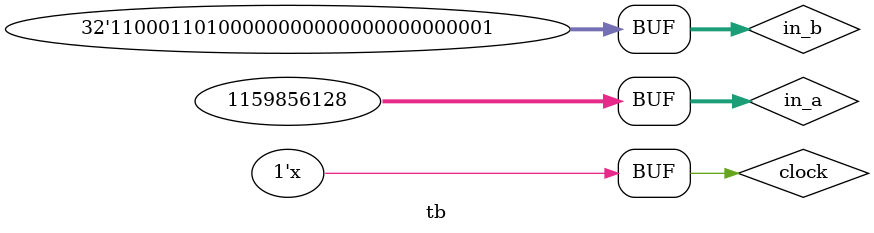
<source format=v>

`timescale 1us/100ps
`define TB_SCYCLE 20 // 50MHz

module tb ();

    reg clock;
    initial clock = 1;
    always #(`TB_SCYCLE / 2) clock = ~clock;

    reg  [31:0] in_a, in_b;
    wire [31:0] out_add, out_sub, out_mul, out_div;

    FLOATING_32BIT_ADD uAdd (in_a, in_b, out_add);
    FLOATING_32BIT_SUB uSub (in_a, in_b, out_sub);
    FLOATING_32BIT_MUL uMul (in_a, in_b, out_mul);
    FLOATING_32BIT_DIV uDiv (in_a, in_b, out_div);

    initial begin
    
        FLOATING_ADD_SUB_MUL_DIV(32'h4122_0000, 32'h3E00_0000); // ( 10.125) + ( 0.125) =  10.250
        FLOATING_ADD_SUB_MUL_DIV(32'h4122_0000, 32'hBE00_0000); // ( 10.125) + (-0.125) =  10.000
        FLOATING_ADD_SUB_MUL_DIV(32'hC122_0000, 32'h3E00_0000); // (-10.125) + ( 0.125) = -10.000
        FLOATING_ADD_SUB_MUL_DIV(32'hC122_0000, 32'hBE00_0000); // (-10.125) + (-0.125) = -10.250
        FLOATING_ADD_SUB_MUL_DIV(32'h3E00_0000, 32'h4122_0000); // ( 0.125) + ( 10.125) =  10.250
        FLOATING_ADD_SUB_MUL_DIV(32'hBE00_0000, 32'h4122_0000); // (-0.125) + ( 10.125) =  10.000
        FLOATING_ADD_SUB_MUL_DIV(32'h3E00_0000, 32'hC122_0000); // ( 0.125) + (-10.125) = -10.000
        FLOATING_ADD_SUB_MUL_DIV(32'hBE00_0000, 32'hC122_0000); // (-0.125) + (-10.125) = -10.250
        FLOATING_ADD_SUB_MUL_DIV(32'h4522_0000, 32'hC680_0001); // -30176.?    C6EB_C002

    end

    task FLOATING_ADD_SUB_MUL_DIV;
        input [31:0] a, b;
        begin
            in_a = a;
            in_b = b;
            #(`TB_SCYCLE/2 * 1);
        end
    endtask

endmodule
</source>
